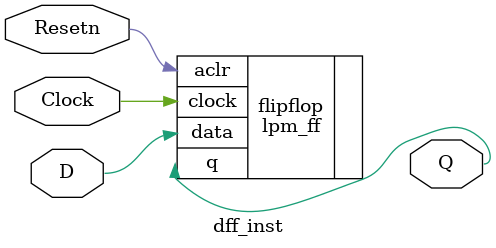
<source format=sv>
module dff_inst(D, Clock, Resetn, Q);
input D, Clock, Resetn;
output Q;
lpm_ff flipflop(.data(D),.aclr(Resetn),.clock(Clock),.q(Q));
defparam flipflop.lpm_width = 1;
endmodule
</source>
